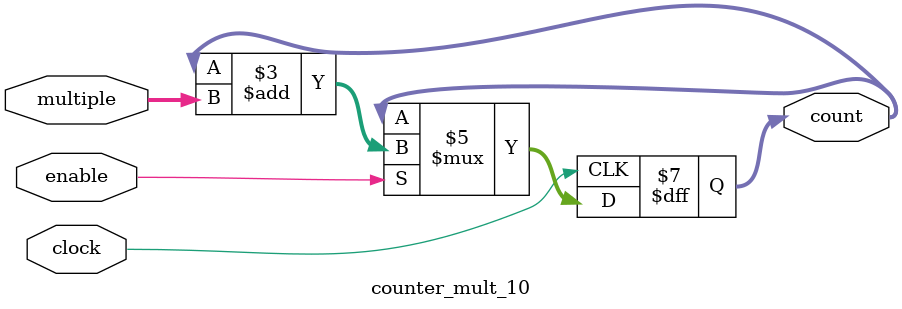
<source format=v>
`timescale 1ns / 100ps    // Unit time is 1ns, resolution 100ps

module counter_mult_10 (
	clock, // clock input
	enable, // high enable counting
	multiple, // count in these multiples
	count // count value
);

//------- Declare ports -------//

	parameter BIT_SZ = 10;
	input clock;
	input enable;
	input [9:0] multiple;
	output [BIT_SZ-1:0] count;
	
// count needs to be declared as a reg
	reg [BIT_SZ-1:0] count;
	
//----- always initialise storage elements such as D-FF
	initial count = 0;
	
//----- Main body of the module
	
	always @ (posedge clock)
		if (enable == 1'b1)
			count <= count + multiple;
endmodule // end of module

</source>
